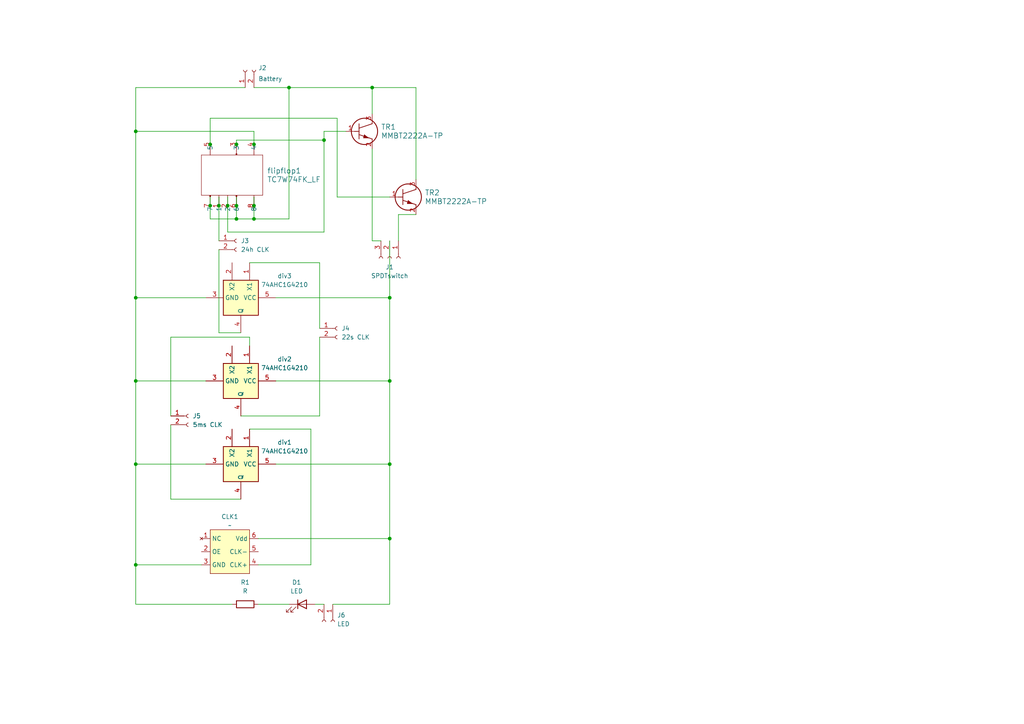
<source format=kicad_sch>
(kicad_sch (version 20231120) (generator "eeschema") (generator_version "8.0")
  (paper "A4")
  (lib_symbols
    (symbol "74xGxx:74AHC1G4210"
      (property "Reference" "U" (at -3.81 6.35 0))
      (property "Value" "74AHC1G4210" (at 7.62 6.35 0))
      (symbol "74AHC1G4210_0_1"
        (rectangle (start -5.08 5.08) (end 5.08 -5.08) (stroke (width 0.254)) (fill (type background)))
      )
      (symbol "74AHC1G4210_1_1"
        (pin input line (at -10.16 2.54 0) (length 5.08) (name "X1") (number "1"))
        (pin input line (at -10.16 -2.54 0) (length 5.08) (name "X2") (number "2"))
        (pin power_in line (at 0 -10.16 90) (length 5.08) (name "GND") (number "3"))
        (pin output line (at 10.16 0 180) (length 5.08) (name "Q") (number "4"))
        (pin power_in line (at 0 10.16 270) (length 5.08) (name "VCC") (number "5"))
      )
    )
    (symbol "Connector:Conn_01x02_Socket" (pin_names (offset 1.016) hide)
      (property "Reference" "J" (at 0 2.54 0))
      (property "Value" "Conn_01x02_Socket" (at 0 -5.08 0))
      (symbol "Conn_01x02_Socket_1_1"
        (arc (start 0 -2.032) (mid -0.5058 -2.54) (end 0 -3.048) (stroke (width 0.1524)))
        (polyline (pts (xy -1.27 -2.54) (xy -0.508 -2.54)) (stroke (width 0.1524)))
        (polyline (pts (xy -1.27 0) (xy -0.508 0)) (stroke (width 0.1524)))
        (arc (start 0 0.508) (mid -0.5058 0) (end 0 -0.508) (stroke (width 0.1524)))
        (pin passive line (at -5.08 0 0) (length 3.81) (name "Pin_1") (number "1"))
        (pin passive line (at -5.08 -2.54 0) (length 3.81) (name "Pin_2") (number "2"))
      )
    )
    (symbol "Connector:Conn_01x03_Socket" (pin_names (offset 1.016) hide)
      (property "Reference" "J" (at 0 5.08 0))
      (property "Value" "Conn_01x03_Socket" (at 0 -5.08 0))
      (symbol "Conn_01x03_Socket_1_1"
        (arc (start 0 -2.032) (mid -0.5058 -2.54) (end 0 -3.048) (stroke (width 0.1524)))
        (polyline (pts (xy -1.27 -2.54) (xy -0.508 -2.54)) (stroke (width 0.1524)))
        (polyline (pts (xy -1.27 0) (xy -0.508 0)) (stroke (width 0.1524)))
        (polyline (pts (xy -1.27 2.54) (xy -0.508 2.54)) (stroke (width 0.1524)))
        (arc (start 0 0.508) (mid -0.5058 0) (end 0 -0.508) (stroke (width 0.1524)))
        (arc (start 0 3.048) (mid -0.5058 2.54) (end 0 2.032) (stroke (width 0.1524)))
        (pin passive line (at -5.08 2.54 0) (length 3.81) (name "Pin_1") (number "1"))
        (pin passive line (at -5.08 0 0) (length 3.81) (name "Pin_2") (number "2"))
        (pin passive line (at -5.08 -2.54 0) (length 3.81) (name "Pin_3") (number "3"))
      )
    )
    (symbol "CustomSymbols:510ACA000383BAGR"
      (property "Reference" "U" (at 0.762 7.874 0))
      (symbol "510ACA000383BAGR_1_1"
        (rectangle (start -3.81 6.35) (end 7.62 -6.35) (fill (type background)))
        (pin no_connect line (at -6.35 3.81 0) (length 2.54) (name "NC") (number "1"))
        (pin input line (at -6.35 0 0) (length 2.54) (name "OE") (number "2"))
        (pin passive line (at -6.35 -3.81 0) (length 2.54) (name "GND") (number "3"))
        (pin output line (at 10.16 -3.81 180) (length 2.54) (name "CLK+") (number "4"))
        (pin output line (at 10.16 0 180) (length 2.54) (name "CLK-") (number "5"))
        (pin power_in line (at 10.16 3.81 180) (length 2.54) (name "Vdd") (number "6"))
      )
    )
    (symbol "Device:LED" (pin_numbers hide) (pin_names (offset 1.016) hide)
      (property "Reference" "D" (at 0 2.54 0))
      (property "Value" "LED" (at 0 -2.54 0))
      (symbol "LED_0_1"
        (polyline (pts (xy -1.27 -1.27) (xy -1.27 1.27)) (stroke (width 0.254)))
        (polyline (pts (xy -1.27 0) (xy 1.27 0)))
        (polyline (pts (xy 1.27 -1.27) (xy 1.27 1.27) (xy -1.27 0) (xy 1.27 -1.27)) (stroke (width 0.254)))
        (polyline (pts (xy -3.048 -0.762) (xy -4.572 -2.286) (xy -3.81 -2.286) (xy -4.572 -2.286) (xy -4.572 -1.524)))
        (polyline (pts (xy -1.778 -0.762) (xy -3.302 -2.286) (xy -2.54 -2.286) (xy -3.302 -2.286) (xy -3.302 -1.524)))
      )
      (symbol "LED_1_1"
        (pin passive line (at -3.81 0 0) (length 2.54) (name "K") (number "1"))
        (pin passive line (at 3.81 0 180) (length 2.54) (name "A") (number "2"))
      )
    )
    (symbol "Device:R" (pin_numbers hide) (pin_names (offset 0))
      (property "Reference" "R" (at 2.032 0 90))
      (property "Value" "R" (at 0 0 90))
      (symbol "R_0_1"
        (rectangle (start -1.016 -2.54) (end 1.016 2.54) (stroke (width 0.254)))
      )
      (symbol "R_1_1"
        (pin passive line (at 0 3.81 270) (length 1.27) (name "~") (number "1"))
        (pin passive line (at 0 -3.81 90) (length 1.27) (name "~") (number "2"))
      )
    )
    (symbol "digikey TC7W74FK_LF:TC7W74FK_LF" (pin_names (offset 0.254))
      (property "Reference" "U" (at 0 0 0))
      (property "Value" "TC7W74FK_LF" (at 0 0 0))
      (symbol "TC7W74FK_LF_0_1"
        (polyline (pts (xy -2.54 -15.24) (xy 0 -15.24)))
        (polyline (pts (xy -2.54 -10.16) (xy 0 -10.16)))
        (polyline (pts (xy -2.54 -7.62) (xy 0 -7.62)))
        (polyline (pts (xy -2.54 -5.08) (xy 0 -5.08)))
        (polyline (pts (xy -2.54 -2.54) (xy 0 -2.54)))
        (polyline (pts (xy 0 -15.24) (xy 0.508 -15.24)))
        (polyline (pts (xy 0 -7.62) (xy 0.508 -7.62)))
        (polyline (pts (xy 0 -5.08) (xy 0.508 -5.08)))
        (polyline (pts (xy 0.508 -17.78) (xy 0.508 0)) (stroke (width 0.127)))
        (polyline (pts (xy 0.508 0) (xy 12.192 0)) (stroke (width 0.127)))
        (polyline (pts (xy 12.192 -17.78) (xy 0.508 -17.78)) (stroke (width 0.127)))
        (polyline (pts (xy 12.192 -15.24) (xy 12.7 -15.24)))
        (polyline (pts (xy 12.192 -2.54) (xy 12.7 -2.54)))
        (polyline (pts (xy 12.192 0) (xy 12.192 -17.78)) (stroke (width 0.127)))
        (polyline (pts (xy 15.24 -15.24) (xy 12.7 -15.24)))
        (polyline (pts (xy 15.24 -10.16) (xy 12.7 -10.16)))
        (polyline (pts (xy 15.24 -2.54) (xy 12.7 -2.54)))
        (circle (center 0.254 -10.16) (radius 0.127) (stroke (width 0.254)))
        (circle (center 0.254 -2.54) (radius 0.127) (stroke (width 0.254)))
        (circle (center 12.446 -10.16) (radius 0.127) (stroke (width 0.254)))
        (pin unspecified line (at -2.5146 -5.08 180) (length 0.0254) (name "1") (number "1"))
        (pin unspecified line (at -2.5146 -7.62 180) (length 0.0254) (name "2") (number "2"))
        (pin unspecified line (at 15.2654 -10.16 180) (length 0.0254) (name "3") (number "3"))
        (pin unspecified line (at 15.2654 -15.24 180) (length 0.0254) (name "4") (number "4"))
        (pin unspecified line (at 15.2654 -2.54 180) (length 0.0254) (name "5") (number "5"))
        (pin unspecified line (at -2.5146 -10.16 180) (length 0.0254) (name "6") (number "6"))
        (pin unspecified line (at -2.5146 -2.54 180) (length 0.0254) (name "7") (number "7"))
        (pin unspecified line (at -2.5146 -15.24 180) (length 0.0254) (name "8") (number "8"))
      )
    )
    (symbol "digikeyMMBT2222A_TP:MMBT2222A-TP" (pin_names (offset 0.254))
      (property "Reference" "TR" (at 10.16 2.54 0))
      (property "Value" "MMBT2222A-TP" (at 10.16 -2.54 0))
      (symbol "MMBT2222A-TP_0_1"
        (polyline (pts (xy 2.54 0) (xy 3.81 0)) (stroke (width 0.2032)))
        (polyline (pts (xy 3.81 -2.2098) (xy 3.81 2.2098)) (stroke (width 0.2032)))
        (polyline (pts (xy 3.81 -0.9398) (xy 7.62 -2.2098)) (stroke (width 0.2032)))
        (polyline (pts (xy 3.81 0.9398) (xy 7.62 2.2098)) (stroke (width 0.2032)))
        (polyline (pts (xy 7.62 -2.54) (xy 7.62 -2.2098)) (stroke (width 0.2032)))
        (polyline (pts (xy 7.62 2.2098) (xy 7.62 2.54)) (stroke (width 0.2032)))
        (polyline (pts (xy 5.3848 -0.9398) (xy 5.08 -1.905) (xy 6.6548 -1.905)) (fill (type outline)))
        (circle (center 5.3848 0) (radius 3.81) (stroke (width 0.254)))
        (pin unspecified line (at 0 0 0) (length 2.54) (name "") (number "1"))
        (pin unspecified line (at 7.62 -5.08 90) (length 2.54) (name "") (number "2"))
        (pin unspecified line (at 7.62 5.08 270) (length 2.54) (name "") (number "3"))
      )
    )
  )
  (junction (at 63.5 59.6646))
  (junction (at 39.37 110.49))
  (junction (at 39.37 134.62))
  (junction (at 73.66 63.5))
  (junction (at 113.03 86.36))
  (junction (at 68.58 63.5))
  (junction (at 107.95 25.4))
  (junction (at 66.04 59.6646))
  (junction (at 83.82 25.4))
  (junction (at 113.03 156.21))
  (junction (at 60.96 59.6646))
  (junction (at 39.37 163.83))
  (junction (at 60.96 41.8846))
  (junction (at 73.66 41.8846))
  (junction (at 73.66 59.6646))
  (junction (at 113.03 134.62))
  (junction (at 113.03 110.49))
  (junction (at 39.37 38.1))
  (junction (at 93.98 40.64))
  (junction (at 68.58 59.6646))
  (junction (at 39.37 86.36))
  (junction (at 68.58 41.8846))
  (wire (pts (xy 97.79 57.15) (xy 113.03 57.15)))
  (wire (pts (xy 113.03 69.85) (xy 113.03 86.36)))
  (wire (pts (xy 60.96 41.8846) (xy 60.96 34.29)))
  (wire (pts (xy 92.71 120.65) (xy 92.71 97.79)))
  (wire (pts (xy 39.37 134.62) (xy 39.37 110.49)))
  (wire (pts (xy 115.57 62.23) (xy 120.65 62.23)))
  (wire (pts (xy 120.65 52.07) (xy 120.65 25.4)))
  (wire (pts (xy 93.98 38.1) (xy 100.33 38.1)))
  (wire (pts (xy 66.04 67.31) (xy 93.98 67.31)))
  (wire (pts (xy 39.37 163.83) (xy 39.37 134.62)))
  (wire (pts (xy 39.37 175.26) (xy 39.37 163.83)))
  (wire (pts (xy 63.5 72.39) (xy 63.5 96.52)))
  (wire (pts (xy 66.04 57.15) (xy 66.04 59.6646)))
  (wire (pts (xy 39.37 38.1) (xy 39.37 25.4)))
  (wire (pts (xy 39.37 25.4) (xy 71.12 25.4)))
  (wire (pts (xy 73.66 25.4) (xy 83.82 25.4)))
  (wire (pts (xy 39.37 134.62) (xy 59.69 134.62)))
  (wire (pts (xy 80.01 134.62) (xy 113.03 134.62)))
  (wire (pts (xy 49.53 144.78) (xy 49.53 123.19)))
  (wire (pts (xy 113.03 134.62) (xy 113.03 156.21)))
  (wire (pts (xy 68.58 41.8846) (xy 68.58 40.64)))
  (wire (pts (xy 90.17 124.46) (xy 72.39 124.46)))
  (wire (pts (xy 107.95 43.18) (xy 107.95 69.85)))
  (wire (pts (xy 120.65 25.4) (xy 107.95 25.4)))
  (wire (pts (xy 63.5 96.52) (xy 69.85 96.52)))
  (wire (pts (xy 107.95 25.4) (xy 107.95 33.02)))
  (wire (pts (xy 68.58 59.6646) (xy 68.58 63.5)))
  (wire (pts (xy 83.82 25.4) (xy 83.82 63.5)))
  (wire (pts (xy 107.95 69.85) (xy 110.49 69.85)))
  (wire (pts (xy 39.37 86.36) (xy 39.37 38.1)))
  (wire (pts (xy 39.37 110.49) (xy 59.69 110.49)))
  (wire (pts (xy 90.17 163.83) (xy 90.17 124.46)))
  (wire (pts (xy 39.37 86.36) (xy 59.69 86.36)))
  (wire (pts (xy 69.85 120.65) (xy 92.71 120.65)))
  (wire (pts (xy 39.37 163.83) (xy 58.42 163.83)))
  (wire (pts (xy 83.82 25.4) (xy 107.95 25.4)))
  (wire (pts (xy 80.01 86.36) (xy 113.03 86.36)))
  (wire (pts (xy 92.71 95.25) (xy 92.71 76.2)))
  (wire (pts (xy 63.5 59.6646) (xy 63.5 69.85)))
  (wire (pts (xy 68.58 57.15) (xy 68.58 59.6646)))
  (wire (pts (xy 67.31 175.26) (xy 39.37 175.26)))
  (wire (pts (xy 73.66 57.15) (xy 73.66 59.6646)))
  (wire (pts (xy 73.66 41.91) (xy 73.66 41.8846)))
  (wire (pts (xy 68.58 40.64) (xy 93.98 40.64)))
  (wire (pts (xy 73.66 63.5) (xy 83.82 63.5)))
  (wire (pts (xy 39.37 38.1) (xy 73.66 38.1)))
  (wire (pts (xy 74.93 163.83) (xy 90.17 163.83)))
  (wire (pts (xy 60.96 34.29) (xy 97.79 34.29)))
  (wire (pts (xy 113.03 86.36) (xy 113.03 110.49)))
  (wire (pts (xy 74.93 175.26) (xy 83.82 175.26)))
  (wire (pts (xy 39.37 110.49) (xy 39.37 86.36)))
  (wire (pts (xy 60.96 59.6646) (xy 60.96 63.5)))
  (wire (pts (xy 80.01 110.49) (xy 113.03 110.49)))
  (wire (pts (xy 93.98 67.31) (xy 93.98 40.64)))
  (wire (pts (xy 60.96 41.91) (xy 60.96 41.8846)))
  (wire (pts (xy 60.96 57.15) (xy 60.96 59.6646)))
  (wire (pts (xy 69.85 144.78) (xy 49.53 144.78)))
  (wire (pts (xy 74.93 156.21) (xy 113.03 156.21)))
  (wire (pts (xy 63.5 57.15) (xy 63.5 59.6646)))
  (wire (pts (xy 113.03 110.49) (xy 113.03 134.62)))
  (wire (pts (xy 115.57 62.23) (xy 115.57 69.85)))
  (wire (pts (xy 93.98 40.64) (xy 93.98 38.1)))
  (wire (pts (xy 93.98 175.26) (xy 91.44 175.26)))
  (wire (pts (xy 68.58 63.5) (xy 73.66 63.5)))
  (wire (pts (xy 49.53 97.79) (xy 72.39 97.79)))
  (wire (pts (xy 66.04 59.6646) (xy 66.04 67.31)))
  (wire (pts (xy 73.66 59.6646) (xy 73.66 63.5)))
  (wire (pts (xy 68.58 41.91) (xy 68.58 41.8846)))
  (wire (pts (xy 113.03 156.21) (xy 113.03 175.26)))
  (wire (pts (xy 72.39 97.79) (xy 72.39 100.33)))
  (wire (pts (xy 60.96 63.5) (xy 68.58 63.5)))
  (wire (pts (xy 97.79 34.29) (xy 97.79 57.15)))
  (wire (pts (xy 49.53 120.65) (xy 49.53 97.79)))
  (wire (pts (xy 113.03 175.26) (xy 96.52 175.26)))
  (wire (pts (xy 92.71 76.2) (xy 72.39 76.2)))
  (wire (pts (xy 73.66 41.8846) (xy 73.66 38.1)))
  (symbol (lib_id "Connector:Conn_01x02_Socket") (at 96.52 180.34 270) (unit 1)
    (property "Reference" "J6" (at 97.79 178.4349 90) (effects (justify left)))
    (property "Value" "LED" (at 97.79 180.9749 90) (effects (justify left)))
    (property "Footprint" "Connector_PinSocket_2.54mm:PinSocket_1x02_P2.54mm_Vertical" (effects (hide yes)))
    (property "Description" "Generic connector, single row, 01x02, script generated" (effects (hide yes)))
  )
  (symbol (lib_id "Connector:Conn_01x02_Socket") (at 54.61 120.65 0) (unit 1)
    (property "Reference" "J5" (at 55.88 120.6499 0) (effects (justify left)))
    (property "Value" "5ms CLK" (at 55.88 123.1899 0) (effects (justify left)))
    (property "Footprint" "Connector_PinSocket_2.54mm:PinSocket_1x02_P2.54mm_Vertical" (effects (hide yes)))
    (property "Description" "Generic connector, single row, 01x02, script generated" (effects (hide yes)))
  )
  (symbol (lib_id "74xGxx:74AHC1G4210") (at 69.85 110.49 270) (unit 1)
    (property "Reference" "div2" (at 82.55 104.1714 90))
    (property "Value" "74AHC1G4210" (at 82.55 106.7114 90))
    (property "Footprint" "Package_TO_SOT_SMD:SOT-353_SC-70-5" (effects (hide yes)))
    (property "Datasheet" "https://assets.nexperia.com/documents/data-sheet/74AHC1G4210.pdf" (effects (hide yes)))
    (property "Description" "10-stage divider and oscillator, SOT353-1" (effects (hide yes)))
  )
  (symbol (lib_id "74xGxx:74AHC1G4210") (at 69.85 134.62 270) (unit 1)
    (property "Reference" "div1" (at 82.55 128.3014 90))
    (property "Value" "74AHC1G4210" (at 82.55 130.8414 90))
    (property "Footprint" "Package_TO_SOT_SMD:SOT-353_SC-70-5" (effects (hide yes)))
    (property "Datasheet" "https://assets.nexperia.com/documents/data-sheet/74AHC1G4210.pdf" (effects (hide yes)))
    (property "Description" "10-stage divider and oscillator, SOT353-1" (effects (hide yes)))
  )
  (symbol (lib_id "Connector:Conn_01x03_Socket") (at 113.03 74.93 270) (unit 1)
    (property "Reference" "J1" (at 113.03 77.47 90))
    (property "Value" "SPDTswitch" (at 113.03 80.01 90))
    (property "Footprint" "Connector_PinSocket_2.54mm:PinSocket_1x03_P2.54mm_Vertical" (effects (hide yes)))
    (property "Description" "Generic connector, single row, 01x03, script generated" (effects (hide yes)))
  )
  (symbol (lib_id "Connector:Conn_01x02_Socket") (at 97.79 95.25 0) (unit 1)
    (property "Reference" "J4" (at 99.06 95.2499 0) (effects (justify left)))
    (property "Value" "22s CLK" (at 99.06 97.7899 0) (effects (justify left)))
    (property "Footprint" "Connector_PinSocket_2.54mm:PinSocket_1x02_P2.54mm_Vertical" (effects (hide yes)))
    (property "Description" "Generic connector, single row, 01x02, script generated" (effects (hide yes)))
  )
  (symbol (lib_id "CustomSymbols:510ACA000383BAGR") (at 64.77 160.02 0) (unit 1)
    (property "Reference" "CLK1" (at 66.675 149.86 0))
    (property "Value" "~" (at 66.675 152.4 0))
    (property "Footprint" "CustomComponents:510ACA000383BAGR" (effects (hide yes)))
  )
  (symbol (lib_id "digikeyMMBT2222A_TP:MMBT2222A-TP") (at 100.33 38.1 0) (unit 1)
    (property "Reference" "TR1" (at 110.49 36.8299 0) (effects (font (size 1.524 1.524)) (justify left)))
    (property "Value" "MMBT2222A-TP" (at 110.49 39.3699 0) (effects (font (size 1.524 1.524)) (justify left)))
    (property "Footprint" "CustomComponents:MTR_MMBT2222A-TP_MCE" (effects (hide yes)))
    (property "Datasheet" "MMBT2222A-TP" (effects (hide yes)))
  )
  (symbol (lib_id "Connector:Conn_01x02_Socket") (at 68.58 69.85 0) (unit 1)
    (property "Reference" "J3" (at 69.85 69.8499 0) (effects (justify left)))
    (property "Value" "24h CLK" (at 69.85 72.3899 0) (effects (justify left)))
    (property "Footprint" "Connector_PinSocket_2.54mm:PinSocket_1x02_P2.54mm_Vertical" (effects (hide yes)))
    (property "Description" "Generic connector, single row, 01x02, script generated" (effects (hide yes)))
  )
  (symbol (lib_id "digikeyMMBT2222A_TP:MMBT2222A-TP") (at 113.03 57.15 0) (unit 1)
    (property "Reference" "TR2" (at 123.19 55.8799 0) (effects (font (size 1.524 1.524)) (justify left)))
    (property "Value" "MMBT2222A-TP" (at 123.19 58.4199 0) (effects (font (size 1.524 1.524)) (justify left)))
    (property "Footprint" "CustomComponents:MTR_MMBT2222A-TP_MCE" (effects (hide yes)))
    (property "Datasheet" "MMBT2222A-TP" (effects (hide yes)))
  )
  (symbol (lib_id "Device:LED") (at 87.63 175.26 0) (unit 1)
    (property "Reference" "D1" (at 86.0425 168.91 0))
    (property "Value" "LED" (at 86.0425 171.45 0))
    (property "Footprint" "LED_THT:LED_D3.0mm_Horizontal_O3.81mm_Z10.0mm" (effects (hide yes)))
    (property "Description" "Light emitting diode" (effects (hide yes)))
  )
  (symbol (lib_id "Device:R") (at 71.12 175.26 90) (unit 1)
    (property "Reference" "R1" (at 71.12 168.91 90))
    (property "Value" "R" (at 71.12 171.45 90))
    (property "Footprint" "Resistor_THT:R_Axial_DIN0204_L3.6mm_D1.6mm_P2.54mm_Vertical" (effects (hide yes)))
    (property "Description" "Resistor" (effects (hide yes)))
  )
  (symbol (lib_id "digikey TC7W74FK_LF:TC7W74FK_LF") (at 58.42 57.15 90) (unit 1)
    (property "Reference" "flipflop1" (at 77.47 49.5299 90) (effects (font (size 1.524 1.524)) (justify right)))
    (property "Value" "TC7W74FK_LF" (at 77.47 52.0699 90) (effects (font (size 1.524 1.524)) (justify right)))
    (property "Footprint" "CustomComponents:US8_TOS" (effects (hide yes)))
    (property "Datasheet" "TC7W74FK_LF" (effects (hide yes)))
  )
  (symbol (lib_id "Connector:Conn_01x02_Socket") (at 71.12 20.32 90) (unit 1)
    (property "Reference" "J2" (at 74.93 19.6849 90) (effects (justify right)))
    (property "Value" "Battery" (at 74.93 22.86 90) (effects (justify right)))
    (property "Footprint" "Connector_PinSocket_2.54mm:PinSocket_1x02_P2.54mm_Vertical" (effects (hide yes)))
    (property "Description" "Generic connector, single row, 01x02, script generated" (effects (hide yes)))
  )
  (symbol (lib_id "74xGxx:74AHC1G4210") (at 69.85 86.36 270) (unit 1)
    (property "Reference" "div3" (at 82.55 80.0414 90))
    (property "Value" "74AHC1G4210" (at 82.55 82.5814 90))
    (property "Footprint" "Package_TO_SOT_SMD:SOT-353_SC-70-5" (effects (hide yes)))
    (property "Datasheet" "https://assets.nexperia.com/documents/data-sheet/74AHC1G4210.pdf" (effects (hide yes)))
    (property "Description" "10-stage divider and oscillator, SOT353-1" (effects (hide yes)))
  )
)
</source>
